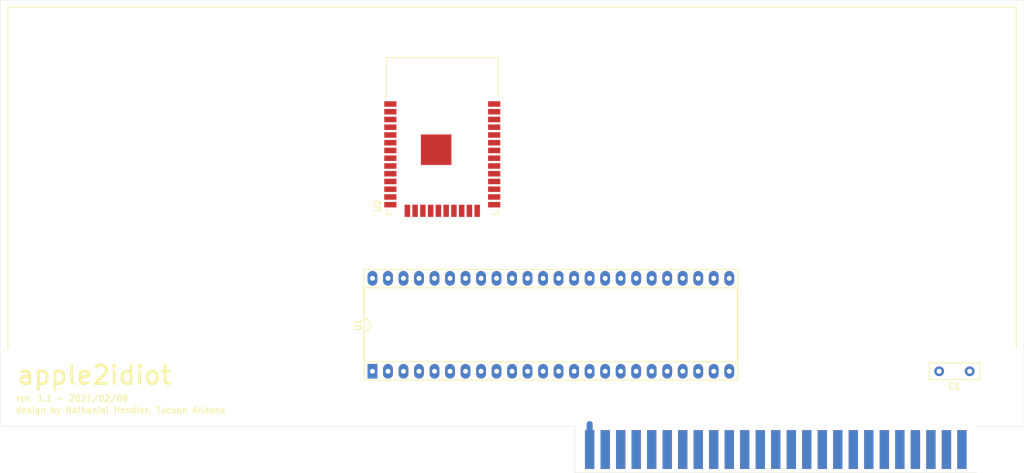
<source format=kicad_pcb>
(kicad_pcb (version 20171130) (host pcbnew 5.1.10-88a1d61d58~88~ubuntu18.04.1)

  (general
    (thickness 1.6)
    (drawings 13)
    (tracks 1)
    (zones 0)
    (modules 4)
    (nets 100)
  )

  (page A4)
  (title_block
    (title "Apple II Breadboard Card")
    (date 2021-02-08)
    (rev 1.1)
    (company "Renee Harke")
    (comment 1 "MIT license; see LICENSE file")
  )

  (layers
    (0 F.Cu signal)
    (31 B.Cu signal)
    (32 B.Adhes user)
    (33 F.Adhes user)
    (34 B.Paste user)
    (35 F.Paste user)
    (36 B.SilkS user)
    (37 F.SilkS user)
    (38 B.Mask user)
    (39 F.Mask user)
    (40 Dwgs.User user)
    (41 Cmts.User user)
    (42 Eco1.User user)
    (43 Eco2.User user)
    (44 Edge.Cuts user)
    (45 Margin user)
    (46 B.CrtYd user)
    (47 F.CrtYd user)
    (48 B.Fab user)
    (49 F.Fab user)
  )

  (setup
    (last_trace_width 0.25)
    (user_trace_width 0.4)
    (user_trace_width 1)
    (trace_clearance 0.2)
    (zone_clearance 0.508)
    (zone_45_only no)
    (trace_min 0.2)
    (via_size 0.8)
    (via_drill 0.4)
    (via_min_size 0.4)
    (via_min_drill 0.3)
    (uvia_size 0.3)
    (uvia_drill 0.1)
    (uvias_allowed no)
    (uvia_min_size 0.2)
    (uvia_min_drill 0.1)
    (edge_width 0.05)
    (segment_width 0.2)
    (pcb_text_width 0.3)
    (pcb_text_size 1.5 1.5)
    (mod_edge_width 0.12)
    (mod_text_size 1 1)
    (mod_text_width 0.15)
    (pad_size 1.524 1.524)
    (pad_drill 0.762)
    (pad_to_mask_clearance 0.051)
    (solder_mask_min_width 0.25)
    (aux_axis_origin 0 0)
    (visible_elements FFFFFF7F)
    (pcbplotparams
      (layerselection 0x3ffff_ffffffff)
      (usegerberextensions false)
      (usegerberattributes false)
      (usegerberadvancedattributes false)
      (creategerberjobfile false)
      (excludeedgelayer true)
      (linewidth 0.100000)
      (plotframeref false)
      (viasonmask false)
      (mode 1)
      (useauxorigin false)
      (hpglpennumber 1)
      (hpglpenspeed 20)
      (hpglpendiameter 15.000000)
      (psnegative false)
      (psa4output false)
      (plotreference true)
      (plotvalue true)
      (plotinvisibletext false)
      (padsonsilk false)
      (subtractmaskfromsilk false)
      (outputformat 1)
      (mirror false)
      (drillshape 0)
      (scaleselection 1)
      (outputdirectory "gerber"))
  )

  (net 0 "")
  (net 1 /+12V)
  (net 2 /D0)
  (net 3 /D1)
  (net 4 /D2)
  (net 5 /D3)
  (net 6 /D4)
  (net 7 /D5)
  (net 8 /D6)
  (net 9 /D7)
  (net 10 /~DEVSEL)
  (net 11 /PHI0)
  (net 12 /USER1)
  (net 13 /PHI1)
  (net 14 /Q3)
  (net 15 /7M)
  (net 16 /COLORREF)
  (net 17 /-5V)
  (net 18 /-12V)
  (net 19 /~INH)
  (net 20 /~RES)
  (net 21 /~IRQ)
  (net 22 /~NMI)
  (net 23 /INTIN)
  (net 24 /DMAIN)
  (net 25 /~IOSEL)
  (net 26 /A0)
  (net 27 /A1)
  (net 28 /A2)
  (net 29 /A3)
  (net 30 /A4)
  (net 31 /A5)
  (net 32 /A6)
  (net 33 /A7)
  (net 34 /A8)
  (net 35 /A9)
  (net 36 /A10)
  (net 37 /A11)
  (net 38 /A12)
  (net 39 /A13)
  (net 40 /A14)
  (net 41 /A15)
  (net 42 /R~W)
  (net 43 /SYNC)
  (net 44 /~IOSTRB)
  (net 45 /RDY)
  (net 46 /~DMA)
  (net 47 /INTOUT)
  (net 48 /DMAOUT)
  (net 49 GND)
  (net 50 +5V)
  (net 51 "Net-(U1-Pad42)")
  (net 52 "Net-(U2-Pad36)")
  (net 53 "Net-(U2-Pad35)")
  (net 54 "Net-(U2-Pad34)")
  (net 55 "Net-(U2-Pad33)")
  (net 56 "Net-(U2-Pad32)")
  (net 57 "Net-(U2-Pad31)")
  (net 58 "Net-(U2-Pad30)")
  (net 59 "Net-(U1-Pad46)")
  (net 60 "Net-(U2-Pad28)")
  (net 61 "Net-(U2-Pad27)")
  (net 62 "Net-(U1-Pad38)")
  (net 63 "Net-(U2-Pad25)")
  (net 64 "Net-(U2-Pad24)")
  (net 65 "Net-(U2-Pad23)")
  (net 66 "Net-(U2-Pad22)")
  (net 67 "Net-(U2-Pad21)")
  (net 68 "Net-(U2-Pad20)")
  (net 69 "Net-(U2-Pad19)")
  (net 70 "Net-(U2-Pad18)")
  (net 71 "Net-(U2-Pad17)")
  (net 72 "Net-(U2-Pad16)")
  (net 73 "Net-(U2-Pad14)")
  (net 74 "Net-(U2-Pad13)")
  (net 75 "Net-(U1-Pad39)")
  (net 76 "Net-(U1-Pad40)")
  (net 77 "Net-(U1-Pad41)")
  (net 78 "Net-(U2-Pad8)")
  (net 79 "Net-(U1-Pad3)")
  (net 80 "Net-(U1-Pad45)")
  (net 81 "Net-(U2-Pad5)")
  (net 82 "Net-(U2-Pad4)")
  (net 83 "Net-(U2-Pad3)")
  (net 84 "Net-(U2-Pad2)")
  (net 85 VCC)
  (net 86 "Net-(U1-Pad44)")
  (net 87 "Net-(U1-Pad37)")
  (net 88 "Net-(U1-Pad36)")
  (net 89 "Net-(U1-Pad35)")
  (net 90 "Net-(U1-Pad34)")
  (net 91 "Net-(U1-Pad33)")
  (net 92 /D0R)
  (net 93 /D1R)
  (net 94 /D2R)
  (net 95 /D3R)
  (net 96 /D4R)
  (net 97 /D5R)
  (net 98 /D6R)
  (net 99 /D7R)

  (net_class Default "This is the default net class."
    (clearance 0.2)
    (trace_width 0.25)
    (via_dia 0.8)
    (via_drill 0.4)
    (uvia_dia 0.3)
    (uvia_drill 0.1)
    (add_net +5V)
    (add_net /+12V)
    (add_net /-12V)
    (add_net /-5V)
    (add_net /7M)
    (add_net /A0)
    (add_net /A1)
    (add_net /A10)
    (add_net /A11)
    (add_net /A12)
    (add_net /A13)
    (add_net /A14)
    (add_net /A15)
    (add_net /A2)
    (add_net /A3)
    (add_net /A4)
    (add_net /A5)
    (add_net /A6)
    (add_net /A7)
    (add_net /A8)
    (add_net /A9)
    (add_net /COLORREF)
    (add_net /D0)
    (add_net /D0R)
    (add_net /D1)
    (add_net /D1R)
    (add_net /D2)
    (add_net /D2R)
    (add_net /D3)
    (add_net /D3R)
    (add_net /D4)
    (add_net /D4R)
    (add_net /D5)
    (add_net /D5R)
    (add_net /D6)
    (add_net /D6R)
    (add_net /D7)
    (add_net /D7R)
    (add_net /DMAIN)
    (add_net /DMAOUT)
    (add_net /INTIN)
    (add_net /INTOUT)
    (add_net /PHI0)
    (add_net /PHI1)
    (add_net /Q3)
    (add_net /RDY)
    (add_net /R~W)
    (add_net /SYNC)
    (add_net /USER1)
    (add_net /~DEVSEL)
    (add_net /~DMA)
    (add_net /~INH)
    (add_net /~IOSEL)
    (add_net /~IOSTRB)
    (add_net /~IRQ)
    (add_net /~NMI)
    (add_net /~RES)
    (add_net GND)
    (add_net "Net-(U1-Pad3)")
    (add_net "Net-(U1-Pad33)")
    (add_net "Net-(U1-Pad34)")
    (add_net "Net-(U1-Pad35)")
    (add_net "Net-(U1-Pad36)")
    (add_net "Net-(U1-Pad37)")
    (add_net "Net-(U1-Pad38)")
    (add_net "Net-(U1-Pad39)")
    (add_net "Net-(U1-Pad40)")
    (add_net "Net-(U1-Pad41)")
    (add_net "Net-(U1-Pad42)")
    (add_net "Net-(U1-Pad44)")
    (add_net "Net-(U1-Pad45)")
    (add_net "Net-(U1-Pad46)")
    (add_net "Net-(U2-Pad13)")
    (add_net "Net-(U2-Pad14)")
    (add_net "Net-(U2-Pad16)")
    (add_net "Net-(U2-Pad17)")
    (add_net "Net-(U2-Pad18)")
    (add_net "Net-(U2-Pad19)")
    (add_net "Net-(U2-Pad2)")
    (add_net "Net-(U2-Pad20)")
    (add_net "Net-(U2-Pad21)")
    (add_net "Net-(U2-Pad22)")
    (add_net "Net-(U2-Pad23)")
    (add_net "Net-(U2-Pad24)")
    (add_net "Net-(U2-Pad25)")
    (add_net "Net-(U2-Pad27)")
    (add_net "Net-(U2-Pad28)")
    (add_net "Net-(U2-Pad3)")
    (add_net "Net-(U2-Pad30)")
    (add_net "Net-(U2-Pad31)")
    (add_net "Net-(U2-Pad32)")
    (add_net "Net-(U2-Pad33)")
    (add_net "Net-(U2-Pad34)")
    (add_net "Net-(U2-Pad35)")
    (add_net "Net-(U2-Pad36)")
    (add_net "Net-(U2-Pad4)")
    (add_net "Net-(U2-Pad5)")
    (add_net "Net-(U2-Pad8)")
    (add_net VCC)
  )

  (module pub:AppleIIBus (layer F.Cu) (tedit 5E4F43C2) (tstamp 5E33EA12)
    (at 200.66 128.397)
    (path /5E339C7A)
    (fp_text reference J1 (at 0 -5.08) (layer F.SilkS) hide
      (effects (font (size 1 1) (thickness 0.15)))
    )
    (fp_text value "CARD EDGE" (at 25.4 -5.08) (layer F.Fab)
      (effects (font (size 1 1) (thickness 0.15)))
    )
    (fp_poly (pts (xy 32.893 -3.81) (xy 31.877 -3.81) (xy 31.877 3.81) (xy 32.893 3.81)) (layer B.Mask) (width 0))
    (fp_poly (pts (xy -32.893 -3.81) (xy -32.893 3.81) (xy -31.877 3.81) (xy -31.877 -3.81)) (layer B.Mask) (width 0))
    (fp_poly (pts (xy 32.893 -3.81) (xy 31.877 -3.81) (xy 31.877 3.81) (xy 32.893 3.81)) (layer F.Mask) (width 0))
    (fp_poly (pts (xy -32.893 -3.81) (xy -32.893 3.81) (xy -31.877 3.81) (xy -31.877 -3.81)) (layer F.Mask) (width 0))
    (pad 26 smd rect (at 30.48 0) (size 1.524 6.35) (layers B.Cu B.Mask)
      (net 49 GND) (solder_mask_margin 0.635) (clearance 0.254))
    (pad 27 smd rect (at 27.94 0) (size 1.524 6.35) (layers B.Cu B.Mask)
      (net 24 /DMAIN) (solder_mask_margin 0.635) (clearance 0.254))
    (pad 28 smd rect (at 25.4 0) (size 1.524 6.35) (layers B.Cu B.Mask)
      (net 23 /INTIN) (solder_mask_margin 0.635) (clearance 0.254))
    (pad 29 smd rect (at 22.86 0) (size 1.524 6.35) (layers B.Cu B.Mask)
      (net 22 /~NMI) (solder_mask_margin 0.635) (clearance 0.254))
    (pad 30 smd rect (at 20.32 0) (size 1.524 6.35) (layers B.Cu B.Mask)
      (net 21 /~IRQ) (solder_mask_margin 0.635) (clearance 0.254))
    (pad 31 smd rect (at 17.78 0) (size 1.524 6.35) (layers B.Cu B.Mask)
      (net 20 /~RES) (solder_mask_margin 0.635) (clearance 0.254))
    (pad 32 smd rect (at 15.24 0) (size 1.524 6.35) (layers B.Cu B.Mask)
      (net 19 /~INH) (solder_mask_margin 0.635) (clearance 0.254))
    (pad 33 smd rect (at 12.7 0) (size 1.524 6.35) (layers B.Cu B.Mask)
      (net 18 /-12V) (solder_mask_margin 0.635) (clearance 0.254))
    (pad 34 smd rect (at 10.16 0) (size 1.524 6.35) (layers B.Cu B.Mask)
      (net 17 /-5V) (solder_mask_margin 0.635) (clearance 0.254))
    (pad 35 smd rect (at 7.62 0) (size 1.524 6.35) (layers B.Cu B.Mask)
      (net 16 /COLORREF) (solder_mask_margin 0.635) (clearance 0.254))
    (pad 36 smd rect (at 5.08 0) (size 1.524 6.35) (layers B.Cu B.Mask)
      (net 15 /7M) (solder_mask_margin 0.635) (clearance 0.254))
    (pad 37 smd rect (at 2.54 0) (size 1.524 6.35) (layers B.Cu B.Mask)
      (net 14 /Q3) (solder_mask_margin 0.635) (clearance 0.254))
    (pad 38 smd rect (at 0 0) (size 1.524 6.35) (layers B.Cu B.Mask)
      (net 13 /PHI1) (solder_mask_margin 0.635) (clearance 0.254))
    (pad 39 smd rect (at -2.54 0) (size 1.524 6.35) (layers B.Cu B.Mask)
      (net 12 /USER1) (solder_mask_margin 0.635) (clearance 0.254))
    (pad 40 smd rect (at -5.08 0) (size 1.524 6.35) (layers B.Cu B.Mask)
      (net 11 /PHI0) (solder_mask_margin 0.635) (clearance 0.254))
    (pad 41 smd rect (at -7.62 0) (size 1.524 6.35) (layers B.Cu B.Mask)
      (net 10 /~DEVSEL) (solder_mask_margin 0.635) (clearance 0.254))
    (pad 42 smd rect (at -10.16 0) (size 1.524 6.35) (layers B.Cu B.Mask)
      (net 9 /D7) (solder_mask_margin 0.635) (clearance 0.254))
    (pad 43 smd rect (at -12.7 0) (size 1.524 6.35) (layers B.Cu B.Mask)
      (net 8 /D6) (solder_mask_margin 0.635) (clearance 0.254))
    (pad 44 smd rect (at -15.24 0) (size 1.524 6.35) (layers B.Cu B.Mask)
      (net 7 /D5) (solder_mask_margin 0.635) (clearance 0.254))
    (pad 45 smd rect (at -17.78 0) (size 1.524 6.35) (layers B.Cu B.Mask)
      (net 6 /D4) (solder_mask_margin 0.635) (clearance 0.254))
    (pad 46 smd rect (at -20.32 0) (size 1.524 6.35) (layers B.Cu B.Mask)
      (net 5 /D3) (solder_mask_margin 0.635) (clearance 0.254))
    (pad 47 smd rect (at -22.86 0) (size 1.524 6.35) (layers B.Cu B.Mask)
      (net 4 /D2) (solder_mask_margin 0.635) (clearance 0.254))
    (pad 48 smd rect (at -25.4 0) (size 1.524 6.35) (layers B.Cu B.Mask)
      (net 3 /D1) (solder_mask_margin 0.635) (clearance 0.254))
    (pad 49 smd rect (at -27.94 0) (size 1.524 6.35) (layers B.Cu B.Mask)
      (net 2 /D0) (solder_mask_margin 0.635) (clearance 0.254))
    (pad 50 smd rect (at -30.48 0) (size 1.524 6.35) (layers B.Cu B.Mask)
      (net 1 /+12V) (solder_mask_margin 0.635) (clearance 0.254))
    (pad 25 smd rect (at 30.48 0) (size 1.524 6.35) (layers F.Cu F.Mask)
      (net 50 +5V) (solder_mask_margin 0.635) (clearance 0.254))
    (pad 24 smd rect (at 27.94 0) (size 1.524 6.35) (layers F.Cu F.Mask)
      (net 48 /DMAOUT) (solder_mask_margin 0.635) (clearance 0.254))
    (pad 23 smd rect (at 25.4 0) (size 1.524 6.35) (layers F.Cu F.Mask)
      (net 47 /INTOUT) (solder_mask_margin 0.635) (clearance 0.254))
    (pad 22 smd rect (at 22.86 0) (size 1.524 6.35) (layers F.Cu F.Mask)
      (net 46 /~DMA) (solder_mask_margin 0.635) (clearance 0.254))
    (pad 21 smd rect (at 20.32 0) (size 1.524 6.35) (layers F.Cu F.Mask)
      (net 45 /RDY) (solder_mask_margin 0.635) (clearance 0.254))
    (pad 20 smd rect (at 17.78 0) (size 1.524 6.35) (layers F.Cu F.Mask)
      (net 44 /~IOSTRB) (solder_mask_margin 0.635) (clearance 0.254))
    (pad 19 smd rect (at 15.24 0) (size 1.524 6.35) (layers F.Cu F.Mask)
      (net 43 /SYNC) (solder_mask_margin 0.635) (clearance 0.254))
    (pad 18 smd rect (at 12.7 0) (size 1.524 6.35) (layers F.Cu F.Mask)
      (net 42 /R~W) (solder_mask_margin 0.635) (clearance 0.254))
    (pad 17 smd rect (at 10.16 0) (size 1.524 6.35) (layers F.Cu F.Mask)
      (net 41 /A15) (solder_mask_margin 0.635) (clearance 0.254))
    (pad 16 smd rect (at 7.62 0) (size 1.524 6.35) (layers F.Cu F.Mask)
      (net 40 /A14) (solder_mask_margin 0.635) (clearance 0.254))
    (pad 15 smd rect (at 5.08 0) (size 1.524 6.35) (layers F.Cu F.Mask)
      (net 39 /A13) (solder_mask_margin 0.635) (clearance 0.254))
    (pad 14 smd rect (at 2.54 0) (size 1.524 6.35) (layers F.Cu F.Mask)
      (net 38 /A12) (solder_mask_margin 0.635) (clearance 0.254))
    (pad 13 smd rect (at 0 0) (size 1.524 6.35) (layers F.Cu F.Mask)
      (net 37 /A11) (solder_mask_margin 0.635) (clearance 0.254))
    (pad 12 smd rect (at -2.54 0) (size 1.524 6.35) (layers F.Cu F.Mask)
      (net 36 /A10) (solder_mask_margin 0.635) (clearance 0.254))
    (pad 11 smd rect (at -5.08 0) (size 1.524 6.35) (layers F.Cu F.Mask)
      (net 35 /A9) (solder_mask_margin 0.635) (clearance 0.254))
    (pad 10 smd rect (at -7.62 0) (size 1.524 6.35) (layers F.Cu F.Mask)
      (net 34 /A8) (solder_mask_margin 0.635) (clearance 0.254))
    (pad 9 smd rect (at -10.16 0) (size 1.524 6.35) (layers F.Cu F.Mask)
      (net 33 /A7) (solder_mask_margin 0.635) (clearance 0.254))
    (pad 8 smd rect (at -12.7 0) (size 1.524 6.35) (layers F.Cu F.Mask)
      (net 32 /A6) (solder_mask_margin 0.635) (clearance 0.254))
    (pad 7 smd rect (at -15.24 0) (size 1.524 6.35) (layers F.Cu F.Mask)
      (net 31 /A5) (solder_mask_margin 0.635) (clearance 0.254))
    (pad 6 smd rect (at -17.78 0) (size 1.524 6.35) (layers F.Cu F.Mask)
      (net 30 /A4) (solder_mask_margin 0.635) (clearance 0.254))
    (pad 5 smd rect (at -20.32 0) (size 1.524 6.35) (layers F.Cu F.Mask)
      (net 29 /A3) (solder_mask_margin 0.635) (clearance 0.254))
    (pad 4 smd rect (at -22.86 0) (size 1.524 6.35) (layers F.Cu F.Mask)
      (net 28 /A2) (solder_mask_margin 0.635) (clearance 0.254))
    (pad 3 smd rect (at -25.4 0) (size 1.524 6.35) (layers F.Cu F.Mask)
      (net 27 /A1) (solder_mask_margin 0.635) (clearance 0.254))
    (pad 2 smd rect (at -27.94 0) (size 1.524 6.35) (layers F.Cu F.Mask)
      (net 26 /A0) (solder_mask_margin 0.635) (clearance 0.254))
    (pad 1 smd rect (at -30.48 0) (size 1.524 6.35) (layers F.Cu F.Mask)
      (net 25 /~IOSEL) (solder_mask_margin 0.635) (clearance 0.254))
  )

  (module Capacitor_THT:C_Disc_D8.0mm_W2.5mm_P5.00mm (layer F.Cu) (tedit 5AE50EF0) (tstamp 61011EF7)
    (at 232.41 115.57 180)
    (descr "C, Disc series, Radial, pin pitch=5.00mm, , diameter*width=8*2.5mm^2, Capacitor, http://cdn-reichelt.de/documents/datenblatt/B300/DS_KERKO_TC.pdf")
    (tags "C Disc series Radial pin pitch 5.00mm  diameter 8mm width 2.5mm Capacitor")
    (path /6103513B)
    (fp_text reference C1 (at 2.5 -2.5) (layer F.SilkS)
      (effects (font (size 1 1) (thickness 0.15)))
    )
    (fp_text value C (at 2.5 2.5) (layer F.Fab)
      (effects (font (size 1 1) (thickness 0.15)))
    )
    (fp_line (start 6.75 -1.5) (end -1.75 -1.5) (layer F.CrtYd) (width 0.05))
    (fp_line (start 6.75 1.5) (end 6.75 -1.5) (layer F.CrtYd) (width 0.05))
    (fp_line (start -1.75 1.5) (end 6.75 1.5) (layer F.CrtYd) (width 0.05))
    (fp_line (start -1.75 -1.5) (end -1.75 1.5) (layer F.CrtYd) (width 0.05))
    (fp_line (start 6.62 -1.37) (end 6.62 1.37) (layer F.SilkS) (width 0.12))
    (fp_line (start -1.62 -1.37) (end -1.62 1.37) (layer F.SilkS) (width 0.12))
    (fp_line (start -1.62 1.37) (end 6.62 1.37) (layer F.SilkS) (width 0.12))
    (fp_line (start -1.62 -1.37) (end 6.62 -1.37) (layer F.SilkS) (width 0.12))
    (fp_line (start 6.5 -1.25) (end -1.5 -1.25) (layer F.Fab) (width 0.1))
    (fp_line (start 6.5 1.25) (end 6.5 -1.25) (layer F.Fab) (width 0.1))
    (fp_line (start -1.5 1.25) (end 6.5 1.25) (layer F.Fab) (width 0.1))
    (fp_line (start -1.5 -1.25) (end -1.5 1.25) (layer F.Fab) (width 0.1))
    (fp_text user %R (at 2.5 0) (layer F.Fab)
      (effects (font (size 1 1) (thickness 0.15)))
    )
    (pad 2 thru_hole circle (at 5 0 180) (size 1.6 1.6) (drill 0.8) (layers *.Cu *.Mask)
      (net 49 GND))
    (pad 1 thru_hole circle (at 0 0 180) (size 1.6 1.6) (drill 0.8) (layers *.Cu *.Mask)
      (net 50 +5V))
    (model ${KISYS3DMOD}/Capacitor_THT.3dshapes/C_Disc_D8.0mm_W2.5mm_P5.00mm.wrl
      (at (xyz 0 0 0))
      (scale (xyz 1 1 1))
      (rotate (xyz 0 0 0))
    )
  )

  (module Package_DIP:DIP-48_W15.24mm_Socket_LongPads (layer F.Cu) (tedit 5A02E8C5) (tstamp 6100FFF2)
    (at 134.62 115.57 90)
    (descr "48-lead though-hole mounted DIP package, row spacing 15.24 mm (600 mils), Socket, LongPads")
    (tags "THT DIP DIL PDIP 2.54mm 15.24mm 600mil Socket LongPads")
    (path /6102DC5C)
    (fp_text reference U1 (at 7.62 -2.33 90) (layer F.SilkS)
      (effects (font (size 1 1) (thickness 0.15)))
    )
    (fp_text value IDT7132 (at 7.62 60.75 90) (layer F.Fab)
      (effects (font (size 1 1) (thickness 0.15)))
    )
    (fp_line (start 16.8 -1.6) (end -1.55 -1.6) (layer F.CrtYd) (width 0.05))
    (fp_line (start 16.8 60) (end 16.8 -1.6) (layer F.CrtYd) (width 0.05))
    (fp_line (start -1.55 60) (end 16.8 60) (layer F.CrtYd) (width 0.05))
    (fp_line (start -1.55 -1.6) (end -1.55 60) (layer F.CrtYd) (width 0.05))
    (fp_line (start 16.68 -1.39) (end -1.44 -1.39) (layer F.SilkS) (width 0.12))
    (fp_line (start 16.68 59.81) (end 16.68 -1.39) (layer F.SilkS) (width 0.12))
    (fp_line (start -1.44 59.81) (end 16.68 59.81) (layer F.SilkS) (width 0.12))
    (fp_line (start -1.44 -1.39) (end -1.44 59.81) (layer F.SilkS) (width 0.12))
    (fp_line (start 13.68 -1.33) (end 8.62 -1.33) (layer F.SilkS) (width 0.12))
    (fp_line (start 13.68 59.75) (end 13.68 -1.33) (layer F.SilkS) (width 0.12))
    (fp_line (start 1.56 59.75) (end 13.68 59.75) (layer F.SilkS) (width 0.12))
    (fp_line (start 1.56 -1.33) (end 1.56 59.75) (layer F.SilkS) (width 0.12))
    (fp_line (start 6.62 -1.33) (end 1.56 -1.33) (layer F.SilkS) (width 0.12))
    (fp_line (start 16.51 -1.33) (end -1.27 -1.33) (layer F.Fab) (width 0.1))
    (fp_line (start 16.51 59.75) (end 16.51 -1.33) (layer F.Fab) (width 0.1))
    (fp_line (start -1.27 59.75) (end 16.51 59.75) (layer F.Fab) (width 0.1))
    (fp_line (start -1.27 -1.33) (end -1.27 59.75) (layer F.Fab) (width 0.1))
    (fp_line (start 0.255 -0.27) (end 1.255 -1.27) (layer F.Fab) (width 0.1))
    (fp_line (start 0.255 59.69) (end 0.255 -0.27) (layer F.Fab) (width 0.1))
    (fp_line (start 14.985 59.69) (end 0.255 59.69) (layer F.Fab) (width 0.1))
    (fp_line (start 14.985 -1.27) (end 14.985 59.69) (layer F.Fab) (width 0.1))
    (fp_line (start 1.255 -1.27) (end 14.985 -1.27) (layer F.Fab) (width 0.1))
    (fp_text user %R (at 7.62 29.21 90) (layer F.Fab)
      (effects (font (size 1 1) (thickness 0.15)))
    )
    (fp_arc (start 7.62 -1.33) (end 6.62 -1.33) (angle -180) (layer F.SilkS) (width 0.12))
    (pad 48 thru_hole oval (at 15.24 0 90) (size 2.4 1.6) (drill 0.8) (layers *.Cu *.Mask)
      (net 85 VCC))
    (pad 24 thru_hole oval (at 0 58.42 90) (size 2.4 1.6) (drill 0.8) (layers *.Cu *.Mask)
      (net 49 GND))
    (pad 47 thru_hole oval (at 15.24 2.54 90) (size 2.4 1.6) (drill 0.8) (layers *.Cu *.Mask)
      (net 49 GND))
    (pad 23 thru_hole oval (at 0 55.88 90) (size 2.4 1.6) (drill 0.8) (layers *.Cu *.Mask)
      (net 9 /D7))
    (pad 46 thru_hole oval (at 15.24 5.08 90) (size 2.4 1.6) (drill 0.8) (layers *.Cu *.Mask)
      (net 59 "Net-(U1-Pad46)"))
    (pad 22 thru_hole oval (at 0 53.34 90) (size 2.4 1.6) (drill 0.8) (layers *.Cu *.Mask)
      (net 8 /D6))
    (pad 45 thru_hole oval (at 15.24 7.62 90) (size 2.4 1.6) (drill 0.8) (layers *.Cu *.Mask)
      (net 80 "Net-(U1-Pad45)"))
    (pad 21 thru_hole oval (at 0 50.8 90) (size 2.4 1.6) (drill 0.8) (layers *.Cu *.Mask)
      (net 7 /D5))
    (pad 44 thru_hole oval (at 15.24 10.16 90) (size 2.4 1.6) (drill 0.8) (layers *.Cu *.Mask)
      (net 86 "Net-(U1-Pad44)"))
    (pad 20 thru_hole oval (at 0 48.26 90) (size 2.4 1.6) (drill 0.8) (layers *.Cu *.Mask)
      (net 6 /D4))
    (pad 43 thru_hole oval (at 15.24 12.7 90) (size 2.4 1.6) (drill 0.8) (layers *.Cu *.Mask)
      (net 49 GND))
    (pad 19 thru_hole oval (at 0 45.72 90) (size 2.4 1.6) (drill 0.8) (layers *.Cu *.Mask)
      (net 5 /D3))
    (pad 42 thru_hole oval (at 15.24 15.24 90) (size 2.4 1.6) (drill 0.8) (layers *.Cu *.Mask)
      (net 51 "Net-(U1-Pad42)"))
    (pad 18 thru_hole oval (at 0 43.18 90) (size 2.4 1.6) (drill 0.8) (layers *.Cu *.Mask)
      (net 4 /D2))
    (pad 41 thru_hole oval (at 15.24 17.78 90) (size 2.4 1.6) (drill 0.8) (layers *.Cu *.Mask)
      (net 77 "Net-(U1-Pad41)"))
    (pad 17 thru_hole oval (at 0 40.64 90) (size 2.4 1.6) (drill 0.8) (layers *.Cu *.Mask)
      (net 3 /D1))
    (pad 40 thru_hole oval (at 15.24 20.32 90) (size 2.4 1.6) (drill 0.8) (layers *.Cu *.Mask)
      (net 76 "Net-(U1-Pad40)"))
    (pad 16 thru_hole oval (at 0 38.1 90) (size 2.4 1.6) (drill 0.8) (layers *.Cu *.Mask)
      (net 2 /D0))
    (pad 39 thru_hole oval (at 15.24 22.86 90) (size 2.4 1.6) (drill 0.8) (layers *.Cu *.Mask)
      (net 75 "Net-(U1-Pad39)"))
    (pad 15 thru_hole oval (at 0 35.56 90) (size 2.4 1.6) (drill 0.8) (layers *.Cu *.Mask)
      (net 49 GND))
    (pad 38 thru_hole oval (at 15.24 25.4 90) (size 2.4 1.6) (drill 0.8) (layers *.Cu *.Mask)
      (net 62 "Net-(U1-Pad38)"))
    (pad 14 thru_hole oval (at 0 33.02 90) (size 2.4 1.6) (drill 0.8) (layers *.Cu *.Mask)
      (net 49 GND))
    (pad 37 thru_hole oval (at 15.24 27.94 90) (size 2.4 1.6) (drill 0.8) (layers *.Cu *.Mask)
      (net 87 "Net-(U1-Pad37)"))
    (pad 13 thru_hole oval (at 0 30.48 90) (size 2.4 1.6) (drill 0.8) (layers *.Cu *.Mask)
      (net 33 /A7))
    (pad 36 thru_hole oval (at 15.24 30.48 90) (size 2.4 1.6) (drill 0.8) (layers *.Cu *.Mask)
      (net 88 "Net-(U1-Pad36)"))
    (pad 12 thru_hole oval (at 0 27.94 90) (size 2.4 1.6) (drill 0.8) (layers *.Cu *.Mask)
      (net 32 /A6))
    (pad 35 thru_hole oval (at 15.24 33.02 90) (size 2.4 1.6) (drill 0.8) (layers *.Cu *.Mask)
      (net 89 "Net-(U1-Pad35)"))
    (pad 11 thru_hole oval (at 0 25.4 90) (size 2.4 1.6) (drill 0.8) (layers *.Cu *.Mask)
      (net 31 /A5))
    (pad 34 thru_hole oval (at 15.24 35.56 90) (size 2.4 1.6) (drill 0.8) (layers *.Cu *.Mask)
      (net 90 "Net-(U1-Pad34)"))
    (pad 10 thru_hole oval (at 0 22.86 90) (size 2.4 1.6) (drill 0.8) (layers *.Cu *.Mask)
      (net 30 /A4))
    (pad 33 thru_hole oval (at 15.24 38.1 90) (size 2.4 1.6) (drill 0.8) (layers *.Cu *.Mask)
      (net 91 "Net-(U1-Pad33)"))
    (pad 9 thru_hole oval (at 0 20.32 90) (size 2.4 1.6) (drill 0.8) (layers *.Cu *.Mask)
      (net 29 /A3))
    (pad 32 thru_hole oval (at 15.24 40.64 90) (size 2.4 1.6) (drill 0.8) (layers *.Cu *.Mask)
      (net 92 /D0R))
    (pad 8 thru_hole oval (at 0 17.78 90) (size 2.4 1.6) (drill 0.8) (layers *.Cu *.Mask)
      (net 28 /A2))
    (pad 31 thru_hole oval (at 15.24 43.18 90) (size 2.4 1.6) (drill 0.8) (layers *.Cu *.Mask)
      (net 93 /D1R))
    (pad 7 thru_hole oval (at 0 15.24 90) (size 2.4 1.6) (drill 0.8) (layers *.Cu *.Mask)
      (net 27 /A1))
    (pad 30 thru_hole oval (at 15.24 45.72 90) (size 2.4 1.6) (drill 0.8) (layers *.Cu *.Mask)
      (net 94 /D2R))
    (pad 6 thru_hole oval (at 0 12.7 90) (size 2.4 1.6) (drill 0.8) (layers *.Cu *.Mask)
      (net 26 /A0))
    (pad 29 thru_hole oval (at 15.24 48.26 90) (size 2.4 1.6) (drill 0.8) (layers *.Cu *.Mask)
      (net 95 /D3R))
    (pad 5 thru_hole oval (at 0 10.16 90) (size 2.4 1.6) (drill 0.8) (layers *.Cu *.Mask)
      (net 49 GND))
    (pad 28 thru_hole oval (at 15.24 50.8 90) (size 2.4 1.6) (drill 0.8) (layers *.Cu *.Mask)
      (net 96 /D4R))
    (pad 4 thru_hole oval (at 0 7.62 90) (size 2.4 1.6) (drill 0.8) (layers *.Cu *.Mask)
      (net 49 GND))
    (pad 27 thru_hole oval (at 15.24 53.34 90) (size 2.4 1.6) (drill 0.8) (layers *.Cu *.Mask)
      (net 97 /D5R))
    (pad 3 thru_hole oval (at 0 5.08 90) (size 2.4 1.6) (drill 0.8) (layers *.Cu *.Mask)
      (net 79 "Net-(U1-Pad3)"))
    (pad 26 thru_hole oval (at 15.24 55.88 90) (size 2.4 1.6) (drill 0.8) (layers *.Cu *.Mask)
      (net 98 /D6R))
    (pad 2 thru_hole oval (at 0 2.54 90) (size 2.4 1.6) (drill 0.8) (layers *.Cu *.Mask)
      (net 42 /R~W))
    (pad 25 thru_hole oval (at 15.24 58.42 90) (size 2.4 1.6) (drill 0.8) (layers *.Cu *.Mask)
      (net 99 /D7R))
    (pad 1 thru_hole rect (at 0 0 90) (size 2.4 1.6) (drill 0.8) (layers *.Cu *.Mask)
      (net 10 /~DEVSEL))
    (model ${KISYS3DMOD}/Package_DIP.3dshapes/DIP-48_W15.24mm_Socket.wrl
      (at (xyz 0 0 0))
      (scale (xyz 1 1 1))
      (rotate (xyz 0 0 0))
    )
  )

  (module RF_Module:ESP32-WROOM-32 (layer F.Cu) (tedit 5B5B4654) (tstamp 6100E62C)
    (at 146.05 80.01)
    (descr "Single 2.4 GHz Wi-Fi and Bluetooth combo chip https://www.espressif.com/sites/default/files/documentation/esp32-wroom-32_datasheet_en.pdf")
    (tags "Single 2.4 GHz Wi-Fi and Bluetooth combo  chip")
    (path /6102A0B5)
    (attr smd)
    (fp_text reference U2 (at -10.61 8.43 90) (layer F.SilkS)
      (effects (font (size 1 1) (thickness 0.15)))
    )
    (fp_text value ESP32-WROOM-32 (at 0 11.5) (layer F.Fab)
      (effects (font (size 1 1) (thickness 0.15)))
    )
    (fp_line (start -9.12 -9.445) (end -9.5 -9.445) (layer F.SilkS) (width 0.12))
    (fp_line (start -9.12 -15.865) (end -9.12 -9.445) (layer F.SilkS) (width 0.12))
    (fp_line (start 9.12 -15.865) (end 9.12 -9.445) (layer F.SilkS) (width 0.12))
    (fp_line (start -9.12 -15.865) (end 9.12 -15.865) (layer F.SilkS) (width 0.12))
    (fp_line (start 9.12 9.88) (end 8.12 9.88) (layer F.SilkS) (width 0.12))
    (fp_line (start 9.12 9.1) (end 9.12 9.88) (layer F.SilkS) (width 0.12))
    (fp_line (start -9.12 9.88) (end -8.12 9.88) (layer F.SilkS) (width 0.12))
    (fp_line (start -9.12 9.1) (end -9.12 9.88) (layer F.SilkS) (width 0.12))
    (fp_line (start 8.4 -20.6) (end 8.2 -20.4) (layer Cmts.User) (width 0.1))
    (fp_line (start 8.4 -16) (end 8.4 -20.6) (layer Cmts.User) (width 0.1))
    (fp_line (start 8.4 -20.6) (end 8.6 -20.4) (layer Cmts.User) (width 0.1))
    (fp_line (start 8.4 -16) (end 8.6 -16.2) (layer Cmts.User) (width 0.1))
    (fp_line (start 8.4 -16) (end 8.2 -16.2) (layer Cmts.User) (width 0.1))
    (fp_line (start -9.2 -13.875) (end -9.4 -14.075) (layer Cmts.User) (width 0.1))
    (fp_line (start -13.8 -13.875) (end -9.2 -13.875) (layer Cmts.User) (width 0.1))
    (fp_line (start -9.2 -13.875) (end -9.4 -13.675) (layer Cmts.User) (width 0.1))
    (fp_line (start -13.8 -13.875) (end -13.6 -13.675) (layer Cmts.User) (width 0.1))
    (fp_line (start -13.8 -13.875) (end -13.6 -14.075) (layer Cmts.User) (width 0.1))
    (fp_line (start 9.2 -13.875) (end 9.4 -13.675) (layer Cmts.User) (width 0.1))
    (fp_line (start 9.2 -13.875) (end 9.4 -14.075) (layer Cmts.User) (width 0.1))
    (fp_line (start 13.8 -13.875) (end 13.6 -13.675) (layer Cmts.User) (width 0.1))
    (fp_line (start 13.8 -13.875) (end 13.6 -14.075) (layer Cmts.User) (width 0.1))
    (fp_line (start 9.2 -13.875) (end 13.8 -13.875) (layer Cmts.User) (width 0.1))
    (fp_line (start 14 -11.585) (end 12 -9.97) (layer Dwgs.User) (width 0.1))
    (fp_line (start 14 -13.2) (end 10 -9.97) (layer Dwgs.User) (width 0.1))
    (fp_line (start 14 -14.815) (end 8 -9.97) (layer Dwgs.User) (width 0.1))
    (fp_line (start 14 -16.43) (end 6 -9.97) (layer Dwgs.User) (width 0.1))
    (fp_line (start 14 -18.045) (end 4 -9.97) (layer Dwgs.User) (width 0.1))
    (fp_line (start 14 -19.66) (end 2 -9.97) (layer Dwgs.User) (width 0.1))
    (fp_line (start 13.475 -20.75) (end 0 -9.97) (layer Dwgs.User) (width 0.1))
    (fp_line (start 11.475 -20.75) (end -2 -9.97) (layer Dwgs.User) (width 0.1))
    (fp_line (start 9.475 -20.75) (end -4 -9.97) (layer Dwgs.User) (width 0.1))
    (fp_line (start 7.475 -20.75) (end -6 -9.97) (layer Dwgs.User) (width 0.1))
    (fp_line (start -8 -9.97) (end 5.475 -20.75) (layer Dwgs.User) (width 0.1))
    (fp_line (start 3.475 -20.75) (end -10 -9.97) (layer Dwgs.User) (width 0.1))
    (fp_line (start 1.475 -20.75) (end -12 -9.97) (layer Dwgs.User) (width 0.1))
    (fp_line (start -0.525 -20.75) (end -14 -9.97) (layer Dwgs.User) (width 0.1))
    (fp_line (start -2.525 -20.75) (end -14 -11.585) (layer Dwgs.User) (width 0.1))
    (fp_line (start -4.525 -20.75) (end -14 -13.2) (layer Dwgs.User) (width 0.1))
    (fp_line (start -6.525 -20.75) (end -14 -14.815) (layer Dwgs.User) (width 0.1))
    (fp_line (start -8.525 -20.75) (end -14 -16.43) (layer Dwgs.User) (width 0.1))
    (fp_line (start -10.525 -20.75) (end -14 -18.045) (layer Dwgs.User) (width 0.1))
    (fp_line (start -12.525 -20.75) (end -14 -19.66) (layer Dwgs.User) (width 0.1))
    (fp_line (start 9.75 -9.72) (end 14.25 -9.72) (layer F.CrtYd) (width 0.05))
    (fp_line (start -14.25 -9.72) (end -9.75 -9.72) (layer F.CrtYd) (width 0.05))
    (fp_line (start 14.25 -21) (end 14.25 -9.72) (layer F.CrtYd) (width 0.05))
    (fp_line (start -14.25 -21) (end -14.25 -9.72) (layer F.CrtYd) (width 0.05))
    (fp_line (start 14 -20.75) (end -14 -20.75) (layer Dwgs.User) (width 0.1))
    (fp_line (start 14 -9.97) (end 14 -20.75) (layer Dwgs.User) (width 0.1))
    (fp_line (start 14 -9.97) (end -14 -9.97) (layer Dwgs.User) (width 0.1))
    (fp_line (start -9 -9.02) (end -8.5 -9.52) (layer F.Fab) (width 0.1))
    (fp_line (start -8.5 -9.52) (end -9 -10.02) (layer F.Fab) (width 0.1))
    (fp_line (start -9 -9.02) (end -9 9.76) (layer F.Fab) (width 0.1))
    (fp_line (start -14.25 -21) (end 14.25 -21) (layer F.CrtYd) (width 0.05))
    (fp_line (start 9.75 -9.72) (end 9.75 10.5) (layer F.CrtYd) (width 0.05))
    (fp_line (start -9.75 10.5) (end 9.75 10.5) (layer F.CrtYd) (width 0.05))
    (fp_line (start -9.75 10.5) (end -9.75 -9.72) (layer F.CrtYd) (width 0.05))
    (fp_line (start -9 -15.745) (end 9 -15.745) (layer F.Fab) (width 0.1))
    (fp_line (start -9 -15.745) (end -9 -10.02) (layer F.Fab) (width 0.1))
    (fp_line (start -9 9.76) (end 9 9.76) (layer F.Fab) (width 0.1))
    (fp_line (start 9 9.76) (end 9 -15.745) (layer F.Fab) (width 0.1))
    (fp_line (start -14 -9.97) (end -14 -20.75) (layer Dwgs.User) (width 0.1))
    (fp_text user "5 mm" (at 7.8 -19.075 90) (layer Cmts.User)
      (effects (font (size 0.5 0.5) (thickness 0.1)))
    )
    (fp_text user "5 mm" (at -11.2 -14.375) (layer Cmts.User)
      (effects (font (size 0.5 0.5) (thickness 0.1)))
    )
    (fp_text user "5 mm" (at 11.8 -14.375) (layer Cmts.User)
      (effects (font (size 0.5 0.5) (thickness 0.1)))
    )
    (fp_text user Antenna (at 0 -13) (layer Cmts.User)
      (effects (font (size 1 1) (thickness 0.15)))
    )
    (fp_text user "KEEP-OUT ZONE" (at 0 -19) (layer Cmts.User)
      (effects (font (size 1 1) (thickness 0.15)))
    )
    (fp_text user %R (at 0 0) (layer F.Fab)
      (effects (font (size 1 1) (thickness 0.15)))
    )
    (pad 38 smd rect (at 8.5 -8.255) (size 2 0.9) (layers F.Cu F.Paste F.Mask)
      (net 49 GND))
    (pad 37 smd rect (at 8.5 -6.985) (size 2 0.9) (layers F.Cu F.Paste F.Mask)
      (net 51 "Net-(U1-Pad42)"))
    (pad 36 smd rect (at 8.5 -5.715) (size 2 0.9) (layers F.Cu F.Paste F.Mask)
      (net 52 "Net-(U2-Pad36)"))
    (pad 35 smd rect (at 8.5 -4.445) (size 2 0.9) (layers F.Cu F.Paste F.Mask)
      (net 53 "Net-(U2-Pad35)"))
    (pad 34 smd rect (at 8.5 -3.175) (size 2 0.9) (layers F.Cu F.Paste F.Mask)
      (net 54 "Net-(U2-Pad34)"))
    (pad 33 smd rect (at 8.5 -1.905) (size 2 0.9) (layers F.Cu F.Paste F.Mask)
      (net 55 "Net-(U2-Pad33)"))
    (pad 32 smd rect (at 8.5 -0.635) (size 2 0.9) (layers F.Cu F.Paste F.Mask)
      (net 56 "Net-(U2-Pad32)"))
    (pad 31 smd rect (at 8.5 0.635) (size 2 0.9) (layers F.Cu F.Paste F.Mask)
      (net 57 "Net-(U2-Pad31)"))
    (pad 30 smd rect (at 8.5 1.905) (size 2 0.9) (layers F.Cu F.Paste F.Mask)
      (net 58 "Net-(U2-Pad30)"))
    (pad 29 smd rect (at 8.5 3.175) (size 2 0.9) (layers F.Cu F.Paste F.Mask)
      (net 59 "Net-(U1-Pad46)"))
    (pad 28 smd rect (at 8.5 4.445) (size 2 0.9) (layers F.Cu F.Paste F.Mask)
      (net 60 "Net-(U2-Pad28)"))
    (pad 27 smd rect (at 8.5 5.715) (size 2 0.9) (layers F.Cu F.Paste F.Mask)
      (net 61 "Net-(U2-Pad27)"))
    (pad 26 smd rect (at 8.5 6.985) (size 2 0.9) (layers F.Cu F.Paste F.Mask)
      (net 62 "Net-(U1-Pad38)"))
    (pad 25 smd rect (at 8.5 8.255) (size 2 0.9) (layers F.Cu F.Paste F.Mask)
      (net 63 "Net-(U2-Pad25)"))
    (pad 24 smd rect (at 5.715 9.255 90) (size 2 0.9) (layers F.Cu F.Paste F.Mask)
      (net 64 "Net-(U2-Pad24)"))
    (pad 23 smd rect (at 4.445 9.255 90) (size 2 0.9) (layers F.Cu F.Paste F.Mask)
      (net 65 "Net-(U2-Pad23)"))
    (pad 22 smd rect (at 3.175 9.255 90) (size 2 0.9) (layers F.Cu F.Paste F.Mask)
      (net 66 "Net-(U2-Pad22)"))
    (pad 21 smd rect (at 1.905 9.255 90) (size 2 0.9) (layers F.Cu F.Paste F.Mask)
      (net 67 "Net-(U2-Pad21)"))
    (pad 20 smd rect (at 0.635 9.255 90) (size 2 0.9) (layers F.Cu F.Paste F.Mask)
      (net 68 "Net-(U2-Pad20)"))
    (pad 19 smd rect (at -0.635 9.255 90) (size 2 0.9) (layers F.Cu F.Paste F.Mask)
      (net 69 "Net-(U2-Pad19)"))
    (pad 18 smd rect (at -1.905 9.255 90) (size 2 0.9) (layers F.Cu F.Paste F.Mask)
      (net 70 "Net-(U2-Pad18)"))
    (pad 17 smd rect (at -3.175 9.255 90) (size 2 0.9) (layers F.Cu F.Paste F.Mask)
      (net 71 "Net-(U2-Pad17)"))
    (pad 16 smd rect (at -4.445 9.255 90) (size 2 0.9) (layers F.Cu F.Paste F.Mask)
      (net 72 "Net-(U2-Pad16)"))
    (pad 15 smd rect (at -5.715 9.255 90) (size 2 0.9) (layers F.Cu F.Paste F.Mask)
      (net 49 GND))
    (pad 14 smd rect (at -8.5 8.255) (size 2 0.9) (layers F.Cu F.Paste F.Mask)
      (net 73 "Net-(U2-Pad14)"))
    (pad 13 smd rect (at -8.5 6.985) (size 2 0.9) (layers F.Cu F.Paste F.Mask)
      (net 74 "Net-(U2-Pad13)"))
    (pad 12 smd rect (at -8.5 5.715) (size 2 0.9) (layers F.Cu F.Paste F.Mask)
      (net 75 "Net-(U1-Pad39)"))
    (pad 11 smd rect (at -8.5 4.445) (size 2 0.9) (layers F.Cu F.Paste F.Mask)
      (net 76 "Net-(U1-Pad40)"))
    (pad 10 smd rect (at -8.5 3.175) (size 2 0.9) (layers F.Cu F.Paste F.Mask)
      (net 77 "Net-(U1-Pad41)"))
    (pad 9 smd rect (at -8.5 1.905) (size 2 0.9) (layers F.Cu F.Paste F.Mask)
      (net 25 /~IOSEL))
    (pad 8 smd rect (at -8.5 0.635) (size 2 0.9) (layers F.Cu F.Paste F.Mask)
      (net 78 "Net-(U2-Pad8)"))
    (pad 7 smd rect (at -8.5 -0.635) (size 2 0.9) (layers F.Cu F.Paste F.Mask)
      (net 79 "Net-(U1-Pad3)"))
    (pad 6 smd rect (at -8.5 -1.905) (size 2 0.9) (layers F.Cu F.Paste F.Mask)
      (net 80 "Net-(U1-Pad45)"))
    (pad 5 smd rect (at -8.5 -3.175) (size 2 0.9) (layers F.Cu F.Paste F.Mask)
      (net 81 "Net-(U2-Pad5)"))
    (pad 4 smd rect (at -8.5 -4.445) (size 2 0.9) (layers F.Cu F.Paste F.Mask)
      (net 82 "Net-(U2-Pad4)"))
    (pad 3 smd rect (at -8.5 -5.715) (size 2 0.9) (layers F.Cu F.Paste F.Mask)
      (net 83 "Net-(U2-Pad3)"))
    (pad 2 smd rect (at -8.5 -6.985) (size 2 0.9) (layers F.Cu F.Paste F.Mask)
      (net 84 "Net-(U2-Pad2)"))
    (pad 1 smd rect (at -8.5 -8.255) (size 2 0.9) (layers F.Cu F.Paste F.Mask)
      (net 49 GND))
    (pad 39 smd rect (at -1 -0.755) (size 5 5) (layers F.Cu F.Paste F.Mask)
      (net 49 GND))
    (model ${KISYS3DMOD}/RF_Module.3dshapes/ESP32-WROOM-32.wrl
      (at (xyz 0 0 0))
      (scale (xyz 1 1 1))
      (rotate (xyz 0 0 0))
    )
  )

  (gr_line (start 167.767 124.587) (end 73.66 124.587) (layer Edge.Cuts) (width 0.05))
  (gr_line (start 167.767 132.207) (end 167.767 124.587) (layer Edge.Cuts) (width 0.05))
  (gr_line (start 167.767 132.207) (end 233.553 132.207) (layer Edge.Cuts) (width 0.05))
  (gr_text "design by Nathanial Hendler, Tucson Arizona" (at 76.2 121.92) (layer F.SilkS) (tstamp 6021F06C)
    (effects (font (size 1 1) (thickness 0.15)) (justify left))
  )
  (gr_text "rev. 1.1 - 2021/02/08" (at 76.2 120.015) (layer F.SilkS) (tstamp 6021F075)
    (effects (font (size 1 1) (thickness 0.15)) (justify left))
  )
  (gr_text apple2idiot (at 76.2 116.205) (layer F.SilkS) (tstamp 5E341713)
    (effects (font (size 3 3) (thickness 0.45)) (justify left))
  )
  (gr_line (start 240.03 55.88) (end 240.03 111.76) (layer F.SilkS) (width 0.12) (tstamp 5E3416DC))
  (gr_line (start 74.93 55.88) (end 240.03 55.88) (layer F.SilkS) (width 0.12))
  (gr_line (start 74.93 111.76) (end 74.93 55.88) (layer F.SilkS) (width 0.12))
  (gr_line (start 73.66 54.737) (end 73.66 124.587) (layer Edge.Cuts) (width 0.05) (tstamp 5E34057F))
  (gr_line (start 241.3 54.737) (end 73.66 54.737) (layer Edge.Cuts) (width 0.05))
  (gr_line (start 241.3 124.587) (end 241.3 54.737) (layer Edge.Cuts) (width 0.05) (tstamp 5E3416F1))
  (gr_line (start 233.553 124.587) (end 241.3 124.587) (layer Edge.Cuts) (width 0.05))

  (segment (start 170.18 128.397) (end 170.18 124.222) (width 1) (layer B.Cu) (net 1))

)

</source>
